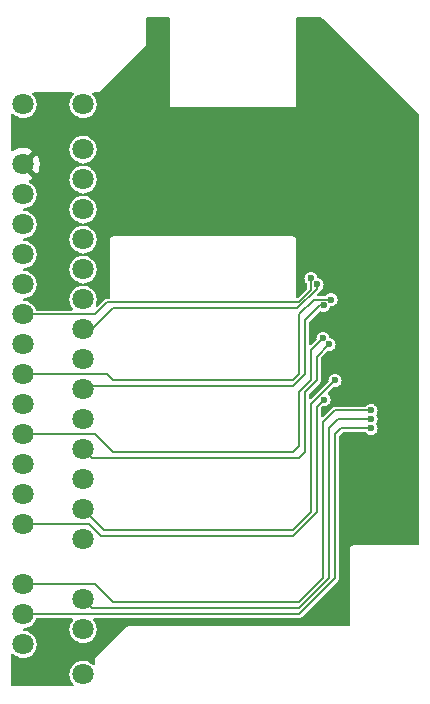
<source format=gbr>
%TF.GenerationSoftware,KiCad,Pcbnew,6.0.0*%
%TF.CreationDate,2022-01-18T19:01:36-05:00*%
%TF.ProjectId,G2_Testpoints_FFC,47325f54-6573-4747-906f-696e74735f46,rev?*%
%TF.SameCoordinates,Original*%
%TF.FileFunction,Copper,L2,Bot*%
%TF.FilePolarity,Positive*%
%FSLAX46Y46*%
G04 Gerber Fmt 4.6, Leading zero omitted, Abs format (unit mm)*
G04 Created by KiCad (PCBNEW 6.0.0) date 2022-01-18 19:01:36*
%MOMM*%
%LPD*%
G01*
G04 APERTURE LIST*
%TA.AperFunction,ComponentPad*%
%ADD10C,1.800000*%
%TD*%
%TA.AperFunction,ViaPad*%
%ADD11C,0.600000*%
%TD*%
%TA.AperFunction,Conductor*%
%ADD12C,0.127000*%
%TD*%
G04 APERTURE END LIST*
D10*
%TO.P,U1,4,5V*%
%TO.N,unconnected-(U1-Pad4)*%
X134620000Y-119380000D03*
%TO.P,U1,5,/MODEMCS*%
%TO.N,/MODEMCS_n*%
X129540000Y-116840000D03*
%TO.P,U1,6,IRQA*%
%TO.N,/IRQA*%
X134620000Y-115570000D03*
%TO.P,U1,7,/RQEX0??*%
%TO.N,/RQEX0*%
X129540000Y-114300000D03*
%TO.P,U1,8,/RQEX1??*%
%TO.N,/RQEX1*%
X134620000Y-113030000D03*
%TO.P,U1,9,/RQDEV??*%
%TO.N,/RQDEV*%
X129540000Y-111760000D03*
%TO.P,U1,13,IRQB*%
%TO.N,/IRQB*%
X134620000Y-107950000D03*
%TO.P,U1,14,/LBE*%
%TO.N,/LBE_n*%
X129540000Y-106680000D03*
%TO.P,U1,15,/TR??*%
%TO.N,/TR*%
X134620000Y-105410000D03*
%TO.P,U1,16,/UBE*%
%TO.N,/UBE_n*%
X129540000Y-104140000D03*
%TO.P,U1,18,3.3V*%
%TO.N,unconnected-(U1-Pad18)*%
X134620000Y-102870000D03*
%TO.P,U1,20,/BTB*%
%TO.N,/BTB_n*%
X129540000Y-101600000D03*
%TO.P,U1,21,/AEN*%
%TO.N,/AEN_n*%
X134620000Y-100330000D03*
%TO.P,U1,22,/BTA*%
%TO.N,/BTA_n*%
X129540000Y-99060000D03*
%TO.P,U1,25,AD15*%
%TO.N,/AD15*%
X134620000Y-97790000D03*
%TO.P,U1,26,AD14*%
%TO.N,/AD14*%
X129540000Y-96520000D03*
%TO.P,U1,27,AD13*%
%TO.N,/AD13*%
X134620000Y-95250000D03*
%TO.P,U1,28,AD12*%
%TO.N,/AD12*%
X129540000Y-93980000D03*
%TO.P,U1,29,AD11*%
%TO.N,/AD11*%
X134620000Y-92710000D03*
%TO.P,U1,30,AD10*%
%TO.N,/AD10*%
X129540000Y-91440000D03*
%TO.P,U1,31,AD9*%
%TO.N,/AD9*%
X134620000Y-90170000D03*
%TO.P,U1,32,AD8*%
%TO.N,/AD8*%
X129540000Y-88900000D03*
%TO.P,U1,33,AD7*%
%TO.N,/AD7*%
X134620000Y-87630000D03*
%TO.P,U1,34,AD6*%
%TO.N,/AD6*%
X129540000Y-86360000D03*
%TO.P,U1,35,AD5*%
%TO.N,/AD5*%
X134620000Y-85090000D03*
%TO.P,U1,36,AD4*%
%TO.N,/AD4*%
X129540000Y-83820000D03*
%TO.P,U1,37,AD3*%
%TO.N,/AD3*%
X134620000Y-82550000D03*
%TO.P,U1,38,AD2*%
%TO.N,/AD2*%
X129540000Y-81280000D03*
%TO.P,U1,39,AD1*%
%TO.N,/AD1*%
X134620000Y-80010000D03*
%TO.P,U1,40,AD0*%
%TO.N,/AD0*%
X129540000Y-78740000D03*
%TO.P,U1,43,CLK*%
%TO.N,/CLK*%
X134620000Y-77470000D03*
%TO.P,U1,45,GND*%
%TO.N,GND*%
X129540000Y-76200000D03*
%TO.P,U1,46,/RESET*%
%TO.N,/RESET*%
X134620000Y-74930000D03*
%TO.P,U1,49,MIDI_OUT*%
%TO.N,/MIDI_OUT*%
X134620000Y-71120000D03*
%TO.P,U1,50,MIDI_IN*%
%TO.N,/MIDI_IN*%
X129540000Y-71120000D03*
%TD*%
D11*
%TO.N,GND*%
X137160000Y-71120000D03*
X149860000Y-73660000D03*
X154940000Y-114300000D03*
X129540000Y-119380000D03*
X132080000Y-119380000D03*
X160020000Y-88900000D03*
X160020000Y-86360000D03*
X160020000Y-83820000D03*
X160020000Y-81280000D03*
X160020000Y-78740000D03*
X160020000Y-76200000D03*
X162560000Y-96520000D03*
X162560000Y-99060000D03*
X162560000Y-101600000D03*
X162560000Y-104140000D03*
X162560000Y-106680000D03*
X147320000Y-73660000D03*
X144780000Y-73660000D03*
X142240000Y-73660000D03*
X139700000Y-73660000D03*
X139700000Y-71120000D03*
X139700000Y-68580000D03*
%TO.N,/RQEX0*%
X159004000Y-98552000D03*
%TO.N,/RQEX1*%
X159004000Y-97754503D03*
%TO.N,/RQDEV*%
X159004000Y-97028000D03*
%TO.N,/LBE_n*%
X155032483Y-96104483D03*
%TO.N,/TR*%
X155956000Y-94488000D03*
%TO.N,/AEN_n*%
X155453715Y-91445715D03*
%TO.N,/BTA_n*%
X154940000Y-90932000D03*
%TO.N,/AD13*%
X154993838Y-88130000D03*
%TO.N,/AD12*%
X155616000Y-87640000D03*
%TO.N,/AD9*%
X154437715Y-86365715D03*
%TO.N,/AD8*%
X153924000Y-85852000D03*
%TD*%
D12*
%TO.N,/RQEX0*%
X156464000Y-98552000D02*
X159004000Y-98552000D01*
X152908000Y-114300000D02*
X155956000Y-111252000D01*
X155956000Y-99060000D02*
X156464000Y-98552000D01*
X137668000Y-114300000D02*
X152908000Y-114300000D01*
X129540000Y-114300000D02*
X137668000Y-114300000D01*
X155956000Y-111252000D02*
X155956000Y-99060000D01*
%TO.N,/RQEX1*%
X155956000Y-98044000D02*
X156245497Y-97754503D01*
X155448000Y-111252000D02*
X155448000Y-99568000D01*
X152908000Y-113792000D02*
X155448000Y-111252000D01*
X134620000Y-113030000D02*
X135382000Y-113792000D01*
X135382000Y-113792000D02*
X152908000Y-113792000D01*
X156245497Y-97754503D02*
X159004000Y-97754503D01*
X155448000Y-99568000D02*
X155448000Y-98552000D01*
X155448000Y-98552000D02*
X155956000Y-98044000D01*
%TO.N,/RQDEV*%
X155956000Y-97028000D02*
X159004000Y-97028000D01*
X152908000Y-113284000D02*
X154940000Y-111252000D01*
X154940000Y-98044000D02*
X155956000Y-97028000D01*
X137160000Y-113284000D02*
X152908000Y-113284000D01*
X129540000Y-111760000D02*
X135636000Y-111760000D01*
X135636000Y-111760000D02*
X137160000Y-113284000D01*
X154940000Y-111252000D02*
X154940000Y-98044000D01*
%TO.N,/LBE_n*%
X155032483Y-96104483D02*
X154432000Y-96704966D01*
X154432000Y-96704966D02*
X154432000Y-105664000D01*
X154432000Y-105664000D02*
X152400000Y-107696000D01*
X152400000Y-107696000D02*
X136144000Y-107696000D01*
X136144000Y-107696000D02*
X135128000Y-106680000D01*
X135128000Y-106680000D02*
X129540000Y-106680000D01*
%TO.N,/TR*%
X155956000Y-94488000D02*
X153924000Y-96520000D01*
X153924000Y-96520000D02*
X153924000Y-105664000D01*
X153924000Y-105664000D02*
X152400000Y-107188000D01*
X152400000Y-107188000D02*
X136398000Y-107188000D01*
X136398000Y-107188000D02*
X134620000Y-105410000D01*
%TO.N,/AEN_n*%
X155453715Y-91445715D02*
X154432000Y-92467430D01*
X153416000Y-100584000D02*
X152908000Y-101092000D01*
X153416000Y-95504000D02*
X153416000Y-100584000D01*
X154432000Y-92467430D02*
X154432000Y-94488000D01*
X154432000Y-94488000D02*
X153416000Y-95504000D01*
X152908000Y-101092000D02*
X135382000Y-101092000D01*
X135382000Y-101092000D02*
X134620000Y-100330000D01*
%TO.N,/BTA_n*%
X153924000Y-91948000D02*
X154940000Y-90932000D01*
X153924000Y-94488000D02*
X153924000Y-91948000D01*
X152908000Y-100076000D02*
X152908000Y-95504000D01*
X152400000Y-100584000D02*
X152908000Y-100076000D01*
X135636000Y-99060000D02*
X137160000Y-100584000D01*
X137160000Y-100584000D02*
X152400000Y-100584000D01*
X129540000Y-99060000D02*
X135636000Y-99060000D01*
X152908000Y-95504000D02*
X153924000Y-94488000D01*
%TO.N,/AD13*%
X153416000Y-89408000D02*
X154694000Y-88130000D01*
X134874000Y-94996000D02*
X152400000Y-94996000D01*
X154694000Y-88130000D02*
X154993838Y-88130000D01*
X134620000Y-95250000D02*
X134874000Y-94996000D01*
X152400000Y-94996000D02*
X153416000Y-93980000D01*
X153416000Y-93980000D02*
X153416000Y-89408000D01*
%TO.N,/AD12*%
X154168000Y-87640000D02*
X155616000Y-87640000D01*
X152908000Y-88900000D02*
X154168000Y-87640000D01*
X137160000Y-94488000D02*
X152400000Y-94488000D01*
X129540000Y-93980000D02*
X136652000Y-93980000D01*
X152400000Y-94488000D02*
X152908000Y-93980000D01*
X136652000Y-93980000D02*
X137160000Y-94488000D01*
X152908000Y-93980000D02*
X152908000Y-88900000D01*
%TO.N,/AD9*%
X135382000Y-90170000D02*
X134620000Y-90170000D01*
X154437715Y-86365715D02*
X154437715Y-86712816D01*
X154437715Y-86712816D02*
X152758531Y-88392000D01*
X152758531Y-88392000D02*
X137160000Y-88392000D01*
X137160000Y-88392000D02*
X135382000Y-90170000D01*
%TO.N,/AD8*%
X153924000Y-86868000D02*
X152908000Y-87884000D01*
X153924000Y-85852000D02*
X153924000Y-86868000D01*
X152908000Y-87884000D02*
X136652000Y-87884000D01*
X135636000Y-88900000D02*
X136652000Y-87884000D01*
X129540000Y-88900000D02*
X135636000Y-88900000D01*
%TD*%
%TA.AperFunction,Conductor*%
%TO.N,GND*%
G36*
X141933039Y-63769685D02*
G01*
X141978794Y-63822489D01*
X141990000Y-63874000D01*
X141990000Y-71083165D01*
X141987617Y-71107356D01*
X141985102Y-71120000D01*
X141990000Y-71144624D01*
X142004505Y-71217545D01*
X142059760Y-71300240D01*
X142142455Y-71355495D01*
X142154431Y-71357877D01*
X142154433Y-71357878D01*
X142228020Y-71372515D01*
X142240000Y-71374898D01*
X142251980Y-71372515D01*
X142252644Y-71372383D01*
X142276835Y-71370000D01*
X152363165Y-71370000D01*
X152387356Y-71372383D01*
X152400000Y-71374898D01*
X152411980Y-71372515D01*
X152485567Y-71357878D01*
X152485569Y-71357877D01*
X152497545Y-71355495D01*
X152580240Y-71300240D01*
X152635495Y-71217545D01*
X152650000Y-71144624D01*
X152654898Y-71120000D01*
X152652383Y-71107356D01*
X152650000Y-71083165D01*
X152650000Y-63874000D01*
X152669685Y-63806961D01*
X152722489Y-63761206D01*
X152774000Y-63750000D01*
X154785085Y-63750000D01*
X154852124Y-63769685D01*
X154872766Y-63786319D01*
X163035681Y-71949234D01*
X163069166Y-72010557D01*
X163072000Y-72036915D01*
X163072000Y-108338000D01*
X163052315Y-108405039D01*
X162999511Y-108450794D01*
X162948000Y-108462000D01*
X157516835Y-108462000D01*
X157492644Y-108459617D01*
X157491980Y-108459485D01*
X157480000Y-108457102D01*
X157468020Y-108459485D01*
X157455376Y-108462000D01*
X157394433Y-108474122D01*
X157394431Y-108474123D01*
X157382455Y-108476505D01*
X157299760Y-108531760D01*
X157244505Y-108614455D01*
X157225102Y-108712000D01*
X157227485Y-108723980D01*
X157227617Y-108724644D01*
X157230000Y-108748835D01*
X157230000Y-115196000D01*
X157210315Y-115263039D01*
X157157511Y-115308794D01*
X157106000Y-115320000D01*
X138466835Y-115320000D01*
X138442644Y-115317617D01*
X138441980Y-115317485D01*
X138430000Y-115315102D01*
X138418020Y-115317485D01*
X138356244Y-115329773D01*
X138332454Y-115334505D01*
X138322301Y-115341289D01*
X138322299Y-115341290D01*
X138300978Y-115355537D01*
X138286665Y-115365101D01*
X138249760Y-115389760D01*
X138242592Y-115400488D01*
X138227174Y-115419273D01*
X135739273Y-117907174D01*
X135720488Y-117922592D01*
X135709760Y-117929760D01*
X135695812Y-117950635D01*
X135654505Y-118012455D01*
X135635102Y-118110000D01*
X135637485Y-118121980D01*
X135637617Y-118122644D01*
X135640000Y-118146835D01*
X135640000Y-118472529D01*
X135620315Y-118539568D01*
X135567511Y-118585323D01*
X135498353Y-118595267D01*
X135431829Y-118563585D01*
X135327557Y-118467197D01*
X135327555Y-118467196D01*
X135323381Y-118463337D01*
X135144554Y-118350505D01*
X134948160Y-118272152D01*
X134942579Y-118271042D01*
X134942576Y-118271041D01*
X134844467Y-118251526D01*
X134740775Y-118230901D01*
X134735088Y-118230827D01*
X134735083Y-118230826D01*
X134535034Y-118228207D01*
X134535029Y-118228207D01*
X134529346Y-118228133D01*
X134523742Y-118229096D01*
X134523741Y-118229096D01*
X134326550Y-118262979D01*
X134326547Y-118262980D01*
X134320953Y-118263941D01*
X134122575Y-118337127D01*
X134117697Y-118340029D01*
X134117695Y-118340030D01*
X133945740Y-118442332D01*
X133945737Y-118442334D01*
X133940856Y-118445238D01*
X133781881Y-118584655D01*
X133778362Y-118589119D01*
X133778359Y-118589122D01*
X133719731Y-118663492D01*
X133650976Y-118750708D01*
X133552523Y-118937836D01*
X133489820Y-119139773D01*
X133464967Y-119349754D01*
X133478796Y-119560749D01*
X133530845Y-119765690D01*
X133619369Y-119957714D01*
X133741405Y-120130391D01*
X133745476Y-120134357D01*
X133745477Y-120134358D01*
X133799699Y-120187179D01*
X133833984Y-120248059D01*
X133829912Y-120317810D01*
X133788776Y-120374286D01*
X133723637Y-120399558D01*
X133713173Y-120400000D01*
X128644000Y-120400000D01*
X128576961Y-120380315D01*
X128531206Y-120327511D01*
X128520000Y-120276000D01*
X128520000Y-117746547D01*
X128539685Y-117679508D01*
X128592489Y-117633753D01*
X128661647Y-117623809D01*
X128725203Y-117652834D01*
X128730526Y-117657726D01*
X128752886Y-117679508D01*
X128812865Y-117737937D01*
X128817588Y-117741093D01*
X128817592Y-117741096D01*
X128888663Y-117788584D01*
X128988677Y-117855411D01*
X129182953Y-117938878D01*
X129234911Y-117950635D01*
X129383638Y-117984289D01*
X129383642Y-117984290D01*
X129389186Y-117985544D01*
X129515651Y-117990513D01*
X129594789Y-117993623D01*
X129594791Y-117993623D01*
X129600470Y-117993846D01*
X129606090Y-117993031D01*
X129606092Y-117993031D01*
X129804103Y-117964320D01*
X129804104Y-117964320D01*
X129809730Y-117963504D01*
X129909137Y-117929760D01*
X130004565Y-117897367D01*
X130004568Y-117897366D01*
X130009955Y-117895537D01*
X130014916Y-117892759D01*
X130014922Y-117892756D01*
X130121530Y-117833052D01*
X130194442Y-117792219D01*
X130357012Y-117657012D01*
X130376356Y-117633753D01*
X130488584Y-117498813D01*
X130488585Y-117498811D01*
X130492219Y-117494442D01*
X130535189Y-117417714D01*
X130592756Y-117314922D01*
X130592759Y-117314916D01*
X130595537Y-117309955D01*
X130663504Y-117109730D01*
X130693846Y-116900470D01*
X130695429Y-116840000D01*
X130676081Y-116629440D01*
X130618686Y-116425931D01*
X130525165Y-116236290D01*
X130398651Y-116066867D01*
X130394481Y-116063012D01*
X130394478Y-116063009D01*
X130272429Y-115950189D01*
X130243381Y-115923337D01*
X130110873Y-115839730D01*
X130069363Y-115813539D01*
X130069361Y-115813538D01*
X130064554Y-115810505D01*
X129868160Y-115732152D01*
X129862579Y-115731042D01*
X129862576Y-115731041D01*
X129666355Y-115692011D01*
X129666356Y-115692011D01*
X129660775Y-115690901D01*
X129660744Y-115690901D01*
X129597828Y-115665019D01*
X129557841Y-115607723D01*
X129555178Y-115537904D01*
X129590684Y-115477729D01*
X129657606Y-115445562D01*
X129804103Y-115424320D01*
X129804104Y-115424320D01*
X129809730Y-115423504D01*
X129909137Y-115389760D01*
X130004565Y-115357367D01*
X130004568Y-115357366D01*
X130009955Y-115355537D01*
X130014916Y-115352759D01*
X130014922Y-115352756D01*
X130121530Y-115293052D01*
X130194442Y-115252219D01*
X130343998Y-115127836D01*
X130352645Y-115120644D01*
X130357012Y-115117012D01*
X130376356Y-115093753D01*
X130488584Y-114958813D01*
X130488585Y-114958811D01*
X130492219Y-114954442D01*
X130535189Y-114877714D01*
X130592756Y-114774922D01*
X130592759Y-114774916D01*
X130595537Y-114769955D01*
X130603432Y-114746699D01*
X130619914Y-114698142D01*
X130660102Y-114640987D01*
X130724811Y-114614634D01*
X130737333Y-114614000D01*
X133652880Y-114614000D01*
X133719919Y-114633685D01*
X133765674Y-114686489D01*
X133775618Y-114755647D01*
X133750261Y-114814765D01*
X133650976Y-114940708D01*
X133552523Y-115127836D01*
X133550837Y-115133267D01*
X133550835Y-115133271D01*
X133515030Y-115248584D01*
X133489820Y-115329773D01*
X133489152Y-115335418D01*
X133489151Y-115335422D01*
X133465635Y-115534110D01*
X133464967Y-115539754D01*
X133465338Y-115545416D01*
X133465338Y-115545420D01*
X133466949Y-115570000D01*
X133478796Y-115750749D01*
X133530845Y-115955690D01*
X133533219Y-115960841D01*
X133533221Y-115960845D01*
X133616991Y-116142556D01*
X133619369Y-116147714D01*
X133741405Y-116320391D01*
X133892865Y-116467937D01*
X133897588Y-116471093D01*
X133897592Y-116471096D01*
X133968663Y-116518584D01*
X134068677Y-116585411D01*
X134262953Y-116668878D01*
X134326283Y-116683208D01*
X134463638Y-116714289D01*
X134463642Y-116714290D01*
X134469186Y-116715544D01*
X134595651Y-116720513D01*
X134674789Y-116723623D01*
X134674791Y-116723623D01*
X134680470Y-116723846D01*
X134686090Y-116723031D01*
X134686092Y-116723031D01*
X134884103Y-116694320D01*
X134884104Y-116694320D01*
X134889730Y-116693504D01*
X134968890Y-116666633D01*
X135084565Y-116627367D01*
X135084568Y-116627366D01*
X135089955Y-116625537D01*
X135094916Y-116622759D01*
X135094922Y-116622756D01*
X135201530Y-116563052D01*
X135274442Y-116522219D01*
X135437012Y-116387012D01*
X135440644Y-116382645D01*
X135568584Y-116228813D01*
X135568585Y-116228811D01*
X135572219Y-116224442D01*
X135618078Y-116142556D01*
X135672756Y-116044922D01*
X135672759Y-116044916D01*
X135675537Y-116039955D01*
X135706009Y-115950189D01*
X135741675Y-115845118D01*
X135743504Y-115839730D01*
X135773846Y-115630470D01*
X135775429Y-115570000D01*
X135756081Y-115359440D01*
X135698686Y-115155931D01*
X135605165Y-114966290D01*
X135490095Y-114812192D01*
X135465756Y-114746699D01*
X135480690Y-114678443D01*
X135530154Y-114629097D01*
X135589451Y-114614000D01*
X152888874Y-114614000D01*
X152899681Y-114614472D01*
X152924983Y-114616686D01*
X152924985Y-114616686D01*
X152935789Y-114617631D01*
X152947579Y-114614472D01*
X152970803Y-114608250D01*
X152981360Y-114605909D01*
X153006367Y-114601499D01*
X153017051Y-114599615D01*
X153026445Y-114594191D01*
X153029410Y-114593112D01*
X153032273Y-114591777D01*
X153042749Y-114588970D01*
X153072434Y-114568185D01*
X153081557Y-114562373D01*
X153103554Y-114549673D01*
X153112949Y-114544249D01*
X153136249Y-114516481D01*
X153143558Y-114508505D01*
X156164511Y-111487553D01*
X156172487Y-111480244D01*
X156191939Y-111463922D01*
X156200249Y-111456949D01*
X156218373Y-111425557D01*
X156224184Y-111416436D01*
X156244971Y-111386749D01*
X156247780Y-111376267D01*
X156249111Y-111373412D01*
X156250190Y-111370447D01*
X156255615Y-111361051D01*
X156261908Y-111325363D01*
X156264249Y-111314804D01*
X156270824Y-111290267D01*
X156270824Y-111290264D01*
X156273631Y-111279789D01*
X156270472Y-111243681D01*
X156270000Y-111232874D01*
X156270000Y-99241425D01*
X156289685Y-99174386D01*
X156306319Y-99153744D01*
X156557744Y-98902319D01*
X156619067Y-98868834D01*
X156645425Y-98866000D01*
X158489901Y-98866000D01*
X158556940Y-98885685D01*
X158588275Y-98914511D01*
X158611379Y-98944621D01*
X158726375Y-99032861D01*
X158733887Y-99035972D01*
X158733886Y-99035972D01*
X158852777Y-99085218D01*
X158852779Y-99085219D01*
X158860291Y-99088330D01*
X159004000Y-99107250D01*
X159147709Y-99088330D01*
X159155221Y-99085219D01*
X159155223Y-99085218D01*
X159274114Y-99035972D01*
X159274113Y-99035972D01*
X159281625Y-99032861D01*
X159396621Y-98944621D01*
X159484861Y-98829625D01*
X159506554Y-98777252D01*
X159537218Y-98703223D01*
X159537219Y-98703221D01*
X159540330Y-98695709D01*
X159559250Y-98552000D01*
X159540330Y-98408291D01*
X159484861Y-98274375D01*
X159479913Y-98267927D01*
X159479911Y-98267923D01*
X159449843Y-98228737D01*
X159424649Y-98163567D01*
X159438688Y-98095123D01*
X159449843Y-98077764D01*
X159479914Y-98038575D01*
X159484861Y-98032128D01*
X159521787Y-97942979D01*
X159537218Y-97905726D01*
X159537219Y-97905724D01*
X159540330Y-97898212D01*
X159559250Y-97754503D01*
X159540330Y-97610794D01*
X159529688Y-97585101D01*
X159487973Y-97484390D01*
X159487971Y-97484387D01*
X159484861Y-97476878D01*
X159477078Y-97466735D01*
X159451886Y-97401565D01*
X159465926Y-97333120D01*
X159477081Y-97315764D01*
X159479912Y-97312074D01*
X159484861Y-97305625D01*
X159532177Y-97191393D01*
X159537218Y-97179223D01*
X159537219Y-97179221D01*
X159540330Y-97171709D01*
X159559250Y-97028000D01*
X159540330Y-96884291D01*
X159527093Y-96852332D01*
X159487972Y-96757886D01*
X159484861Y-96750375D01*
X159415309Y-96659733D01*
X159401565Y-96641822D01*
X159396621Y-96635379D01*
X159370088Y-96615019D01*
X159288072Y-96552086D01*
X159281625Y-96547139D01*
X159216105Y-96520000D01*
X159155223Y-96494782D01*
X159155221Y-96494781D01*
X159147709Y-96491670D01*
X159004000Y-96472750D01*
X158860291Y-96491670D01*
X158852779Y-96494781D01*
X158852777Y-96494782D01*
X158791895Y-96520000D01*
X158726375Y-96547139D01*
X158611379Y-96635379D01*
X158588275Y-96665488D01*
X158531849Y-96706689D01*
X158489901Y-96714000D01*
X155975126Y-96714000D01*
X155964319Y-96713528D01*
X155939018Y-96711314D01*
X155939015Y-96711314D01*
X155928211Y-96710369D01*
X155917736Y-96713176D01*
X155917733Y-96713176D01*
X155893196Y-96719751D01*
X155882637Y-96722092D01*
X155857632Y-96726501D01*
X155857631Y-96726501D01*
X155846949Y-96728385D01*
X155837556Y-96733808D01*
X155834578Y-96734892D01*
X155831725Y-96736223D01*
X155821251Y-96739029D01*
X155812368Y-96745249D01*
X155812364Y-96745251D01*
X155791565Y-96759815D01*
X155782440Y-96765629D01*
X155751051Y-96783751D01*
X155744078Y-96792061D01*
X155727751Y-96811519D01*
X155720442Y-96819495D01*
X154957681Y-97582256D01*
X154896358Y-97615741D01*
X154826666Y-97610757D01*
X154770733Y-97568885D01*
X154746316Y-97503421D01*
X154746000Y-97494575D01*
X154746000Y-96886391D01*
X154765685Y-96819352D01*
X154782319Y-96798710D01*
X154890991Y-96690038D01*
X154952314Y-96656553D01*
X154994855Y-96654780D01*
X155024421Y-96658672D01*
X155024424Y-96658672D01*
X155032483Y-96659733D01*
X155176192Y-96640813D01*
X155183704Y-96637702D01*
X155183706Y-96637701D01*
X155302597Y-96588455D01*
X155302596Y-96588455D01*
X155310108Y-96585344D01*
X155425104Y-96497104D01*
X155432164Y-96487904D01*
X155508397Y-96388555D01*
X155513344Y-96382108D01*
X155545060Y-96305537D01*
X155565701Y-96255706D01*
X155565702Y-96255704D01*
X155568813Y-96248192D01*
X155587733Y-96104483D01*
X155568813Y-95960774D01*
X155550388Y-95916290D01*
X155516455Y-95834369D01*
X155513344Y-95826858D01*
X155435125Y-95724922D01*
X155430048Y-95718305D01*
X155425104Y-95711862D01*
X155418661Y-95706918D01*
X155418657Y-95706914D01*
X155396444Y-95689869D01*
X155355241Y-95633441D01*
X155351087Y-95563695D01*
X155384250Y-95503813D01*
X155814508Y-95073555D01*
X155875831Y-95040070D01*
X155918372Y-95038297D01*
X155947938Y-95042189D01*
X155947941Y-95042189D01*
X155956000Y-95043250D01*
X156099709Y-95024330D01*
X156107221Y-95021219D01*
X156107223Y-95021218D01*
X156226114Y-94971972D01*
X156226113Y-94971972D01*
X156233625Y-94968861D01*
X156348621Y-94880621D01*
X156436861Y-94765625D01*
X156479653Y-94662315D01*
X156489218Y-94639223D01*
X156489219Y-94639221D01*
X156492330Y-94631709D01*
X156511250Y-94488000D01*
X156492330Y-94344291D01*
X156482678Y-94320987D01*
X156439972Y-94217886D01*
X156436861Y-94210375D01*
X156348621Y-94095379D01*
X156233625Y-94007139D01*
X156197593Y-93992214D01*
X156107223Y-93954782D01*
X156107221Y-93954781D01*
X156099709Y-93951670D01*
X155956000Y-93932750D01*
X155812291Y-93951670D01*
X155804779Y-93954781D01*
X155804777Y-93954782D01*
X155714407Y-93992214D01*
X155678375Y-94007139D01*
X155563379Y-94095379D01*
X155475139Y-94210375D01*
X155472028Y-94217886D01*
X155429323Y-94320987D01*
X155419670Y-94344291D01*
X155400750Y-94488000D01*
X155401811Y-94496059D01*
X155401811Y-94496062D01*
X155405703Y-94525628D01*
X155394937Y-94594663D01*
X155370445Y-94629492D01*
X153941681Y-96058256D01*
X153880358Y-96091741D01*
X153810666Y-96086757D01*
X153754733Y-96044885D01*
X153730316Y-95979421D01*
X153730000Y-95970575D01*
X153730000Y-95685425D01*
X153749685Y-95618386D01*
X153766319Y-95597744D01*
X154640505Y-94723558D01*
X154648481Y-94716249D01*
X154667939Y-94699922D01*
X154676249Y-94692949D01*
X154694371Y-94661560D01*
X154700185Y-94652435D01*
X154714749Y-94631636D01*
X154714751Y-94631632D01*
X154720971Y-94622749D01*
X154723777Y-94612275D01*
X154725108Y-94609422D01*
X154726192Y-94606444D01*
X154731615Y-94597051D01*
X154737908Y-94561363D01*
X154740249Y-94550804D01*
X154746824Y-94526267D01*
X154746824Y-94526264D01*
X154749631Y-94515789D01*
X154746472Y-94479681D01*
X154746000Y-94468874D01*
X154746000Y-92648855D01*
X154765685Y-92581816D01*
X154782319Y-92561174D01*
X155312223Y-92031270D01*
X155373546Y-91997785D01*
X155416087Y-91996012D01*
X155445653Y-91999904D01*
X155445656Y-91999904D01*
X155453715Y-92000965D01*
X155597424Y-91982045D01*
X155604936Y-91978934D01*
X155604938Y-91978933D01*
X155723829Y-91929687D01*
X155723828Y-91929687D01*
X155731340Y-91926576D01*
X155846336Y-91838336D01*
X155934576Y-91723340D01*
X155990045Y-91589424D01*
X156008965Y-91445715D01*
X155990045Y-91302006D01*
X155986862Y-91294320D01*
X155937687Y-91175601D01*
X155934576Y-91168090D01*
X155861988Y-91073492D01*
X155851280Y-91059537D01*
X155846336Y-91053094D01*
X155731340Y-90964854D01*
X155671486Y-90940062D01*
X155604938Y-90912497D01*
X155604936Y-90912496D01*
X155597424Y-90909385D01*
X155584753Y-90907717D01*
X155520858Y-90879453D01*
X155482385Y-90821130D01*
X155477999Y-90800969D01*
X155476330Y-90788291D01*
X155420861Y-90654375D01*
X155332621Y-90539379D01*
X155217625Y-90451139D01*
X155176493Y-90434102D01*
X155091223Y-90398782D01*
X155091221Y-90398781D01*
X155083709Y-90395670D01*
X154940000Y-90376750D01*
X154796291Y-90395670D01*
X154788779Y-90398781D01*
X154788777Y-90398782D01*
X154703507Y-90434102D01*
X154662375Y-90451139D01*
X154547379Y-90539379D01*
X154459139Y-90654375D01*
X154403670Y-90788291D01*
X154384750Y-90932000D01*
X154385811Y-90940059D01*
X154385811Y-90940062D01*
X154389703Y-90969628D01*
X154378937Y-91038663D01*
X154354445Y-91073492D01*
X153941681Y-91486256D01*
X153880358Y-91519741D01*
X153810666Y-91514757D01*
X153754733Y-91472885D01*
X153730316Y-91407421D01*
X153730000Y-91398575D01*
X153730000Y-89589425D01*
X153749685Y-89522386D01*
X153766319Y-89501744D01*
X154615900Y-88652164D01*
X154677223Y-88618679D01*
X154751033Y-88625284D01*
X154779950Y-88637261D01*
X154850129Y-88666330D01*
X154993838Y-88685250D01*
X155137547Y-88666330D01*
X155145059Y-88663219D01*
X155145061Y-88663218D01*
X155263952Y-88613972D01*
X155263951Y-88613972D01*
X155271463Y-88610861D01*
X155386459Y-88522621D01*
X155410411Y-88491407D01*
X155469752Y-88414072D01*
X155474699Y-88407625D01*
X155530168Y-88273709D01*
X155532173Y-88274539D01*
X155562603Y-88224615D01*
X155629827Y-88193430D01*
X155751646Y-88177392D01*
X155751649Y-88177391D01*
X155759709Y-88176330D01*
X155767221Y-88173219D01*
X155767223Y-88173218D01*
X155886114Y-88123972D01*
X155886113Y-88123972D01*
X155893625Y-88120861D01*
X156008621Y-88032621D01*
X156096861Y-87917625D01*
X156152330Y-87783709D01*
X156171250Y-87640000D01*
X156152330Y-87496291D01*
X156148174Y-87486256D01*
X156099972Y-87369886D01*
X156096861Y-87362375D01*
X156058375Y-87312219D01*
X156013565Y-87253822D01*
X156008621Y-87247379D01*
X155893625Y-87159139D01*
X155801058Y-87120797D01*
X155767223Y-87106782D01*
X155767221Y-87106781D01*
X155759709Y-87103670D01*
X155616000Y-87084750D01*
X155472291Y-87103670D01*
X155464779Y-87106781D01*
X155464777Y-87106782D01*
X155430942Y-87120797D01*
X155338375Y-87159139D01*
X155223379Y-87247379D01*
X155200275Y-87277488D01*
X155143849Y-87318689D01*
X155101901Y-87326000D01*
X154567956Y-87326000D01*
X154500917Y-87306315D01*
X154455162Y-87253511D01*
X154445218Y-87184353D01*
X154474243Y-87120797D01*
X154480275Y-87114319D01*
X154646220Y-86948374D01*
X154654196Y-86941065D01*
X154673654Y-86924738D01*
X154681964Y-86917765D01*
X154700094Y-86886363D01*
X154705899Y-86877252D01*
X154726687Y-86847564D01*
X154728561Y-86848876D01*
X154754561Y-86816481D01*
X154823890Y-86763282D01*
X154830336Y-86758336D01*
X154918576Y-86643340D01*
X154974045Y-86509424D01*
X154992965Y-86365715D01*
X154974045Y-86222006D01*
X154970862Y-86214320D01*
X154921687Y-86095601D01*
X154918576Y-86088090D01*
X154847689Y-85995709D01*
X154835280Y-85979537D01*
X154830336Y-85973094D01*
X154715340Y-85884854D01*
X154655479Y-85860059D01*
X154588938Y-85832497D01*
X154588936Y-85832496D01*
X154581424Y-85829385D01*
X154568753Y-85827717D01*
X154504858Y-85799453D01*
X154466385Y-85741130D01*
X154461999Y-85720969D01*
X154460330Y-85708291D01*
X154404861Y-85574375D01*
X154316621Y-85459379D01*
X154201625Y-85371139D01*
X154160496Y-85354103D01*
X154075223Y-85318782D01*
X154075221Y-85318781D01*
X154067709Y-85315670D01*
X153924000Y-85296750D01*
X153780291Y-85315670D01*
X153772779Y-85318781D01*
X153772777Y-85318782D01*
X153687504Y-85354103D01*
X153646375Y-85371139D01*
X153531379Y-85459379D01*
X153443139Y-85574375D01*
X153387670Y-85708291D01*
X153368750Y-85852000D01*
X153387670Y-85995709D01*
X153443139Y-86129625D01*
X153531379Y-86244621D01*
X153561488Y-86267725D01*
X153602689Y-86324151D01*
X153610000Y-86366099D01*
X153610000Y-86686575D01*
X153590315Y-86753614D01*
X153573681Y-86774256D01*
X152861681Y-87486256D01*
X152800358Y-87519741D01*
X152730666Y-87514757D01*
X152674733Y-87472885D01*
X152650316Y-87407421D01*
X152650000Y-87398575D01*
X152650000Y-82586835D01*
X152652383Y-82562644D01*
X152652515Y-82561980D01*
X152654898Y-82550000D01*
X152635495Y-82452455D01*
X152580240Y-82369760D01*
X152497545Y-82314505D01*
X152485569Y-82312123D01*
X152485567Y-82312122D01*
X152424624Y-82300000D01*
X152411980Y-82297485D01*
X152400000Y-82295102D01*
X152388020Y-82297485D01*
X152387356Y-82297617D01*
X152363165Y-82300000D01*
X137196835Y-82300000D01*
X137172644Y-82297617D01*
X137171980Y-82297485D01*
X137160000Y-82295102D01*
X137148020Y-82297485D01*
X137135376Y-82300000D01*
X137074433Y-82312122D01*
X137074431Y-82312123D01*
X137062455Y-82314505D01*
X136979760Y-82369760D01*
X136924505Y-82452455D01*
X136905102Y-82550000D01*
X136907485Y-82561980D01*
X136907617Y-82562644D01*
X136910000Y-82586835D01*
X136910000Y-87446000D01*
X136890315Y-87513039D01*
X136837511Y-87558794D01*
X136786000Y-87570000D01*
X136671126Y-87570000D01*
X136660319Y-87569528D01*
X136635018Y-87567314D01*
X136635015Y-87567314D01*
X136624211Y-87566369D01*
X136613736Y-87569176D01*
X136613733Y-87569176D01*
X136589196Y-87575751D01*
X136578637Y-87578092D01*
X136553632Y-87582501D01*
X136553631Y-87582501D01*
X136542949Y-87584385D01*
X136533556Y-87589808D01*
X136530578Y-87590892D01*
X136527725Y-87592223D01*
X136517251Y-87595029D01*
X136508368Y-87601249D01*
X136508364Y-87601251D01*
X136487565Y-87615815D01*
X136478440Y-87621629D01*
X136447051Y-87639751D01*
X136440080Y-87648059D01*
X136440078Y-87648061D01*
X136423751Y-87667519D01*
X136416442Y-87675495D01*
X135888959Y-88202978D01*
X135827636Y-88236463D01*
X135757944Y-88231479D01*
X135702011Y-88189607D01*
X135677594Y-88124143D01*
X135683859Y-88075439D01*
X135741675Y-87905118D01*
X135743504Y-87899730D01*
X135773846Y-87690470D01*
X135775429Y-87630000D01*
X135756081Y-87419440D01*
X135698686Y-87215931D01*
X135605165Y-87026290D01*
X135478651Y-86856867D01*
X135474481Y-86853012D01*
X135474478Y-86853009D01*
X135377411Y-86763282D01*
X135323381Y-86713337D01*
X135190873Y-86629730D01*
X135149363Y-86603539D01*
X135149361Y-86603538D01*
X135144554Y-86600505D01*
X134948160Y-86522152D01*
X134942579Y-86521042D01*
X134942576Y-86521041D01*
X134746355Y-86482011D01*
X134746356Y-86482011D01*
X134740775Y-86480901D01*
X134740744Y-86480901D01*
X134677828Y-86455019D01*
X134637841Y-86397723D01*
X134635178Y-86327904D01*
X134670684Y-86267729D01*
X134737606Y-86235562D01*
X134884103Y-86214320D01*
X134884104Y-86214320D01*
X134889730Y-86213504D01*
X134968890Y-86186633D01*
X135084565Y-86147367D01*
X135084568Y-86147366D01*
X135089955Y-86145537D01*
X135094916Y-86142759D01*
X135094922Y-86142756D01*
X135204046Y-86081643D01*
X135274442Y-86042219D01*
X135340060Y-85987646D01*
X135432645Y-85910644D01*
X135437012Y-85907012D01*
X135451326Y-85889801D01*
X135568584Y-85748813D01*
X135568585Y-85748811D01*
X135572219Y-85744442D01*
X135618078Y-85662556D01*
X135672756Y-85564922D01*
X135672759Y-85564916D01*
X135675537Y-85559955D01*
X135706009Y-85470189D01*
X135741675Y-85365118D01*
X135743504Y-85359730D01*
X135773846Y-85150470D01*
X135775429Y-85090000D01*
X135756081Y-84879440D01*
X135698686Y-84675931D01*
X135605165Y-84486290D01*
X135478651Y-84316867D01*
X135474481Y-84313012D01*
X135474478Y-84313009D01*
X135410319Y-84253702D01*
X135323381Y-84173337D01*
X135190873Y-84089730D01*
X135149363Y-84063539D01*
X135149361Y-84063538D01*
X135144554Y-84060505D01*
X134948160Y-83982152D01*
X134942579Y-83981042D01*
X134942576Y-83981041D01*
X134746355Y-83942011D01*
X134746356Y-83942011D01*
X134740775Y-83940901D01*
X134740744Y-83940901D01*
X134677828Y-83915019D01*
X134637841Y-83857723D01*
X134635178Y-83787904D01*
X134670684Y-83727729D01*
X134737606Y-83695562D01*
X134884103Y-83674320D01*
X134884104Y-83674320D01*
X134889730Y-83673504D01*
X134968890Y-83646633D01*
X135084565Y-83607367D01*
X135084568Y-83607366D01*
X135089955Y-83605537D01*
X135094916Y-83602759D01*
X135094922Y-83602756D01*
X135201530Y-83543052D01*
X135274442Y-83502219D01*
X135437012Y-83367012D01*
X135440644Y-83362645D01*
X135568584Y-83208813D01*
X135568585Y-83208811D01*
X135572219Y-83204442D01*
X135618078Y-83122556D01*
X135672756Y-83024922D01*
X135672759Y-83024916D01*
X135675537Y-83019955D01*
X135706009Y-82930189D01*
X135741675Y-82825118D01*
X135743504Y-82819730D01*
X135773846Y-82610470D01*
X135775429Y-82550000D01*
X135756081Y-82339440D01*
X135698686Y-82135931D01*
X135605165Y-81946290D01*
X135478651Y-81776867D01*
X135474481Y-81773012D01*
X135474478Y-81773009D01*
X135410319Y-81713702D01*
X135323381Y-81633337D01*
X135190873Y-81549730D01*
X135149363Y-81523539D01*
X135149361Y-81523538D01*
X135144554Y-81520505D01*
X134948160Y-81442152D01*
X134942579Y-81441042D01*
X134942576Y-81441041D01*
X134746355Y-81402011D01*
X134746356Y-81402011D01*
X134740775Y-81400901D01*
X134740744Y-81400901D01*
X134677828Y-81375019D01*
X134637841Y-81317723D01*
X134635178Y-81247904D01*
X134670684Y-81187729D01*
X134737606Y-81155562D01*
X134884103Y-81134320D01*
X134884104Y-81134320D01*
X134889730Y-81133504D01*
X134968890Y-81106633D01*
X135084565Y-81067367D01*
X135084568Y-81067366D01*
X135089955Y-81065537D01*
X135094916Y-81062759D01*
X135094922Y-81062756D01*
X135201530Y-81003052D01*
X135274442Y-80962219D01*
X135437012Y-80827012D01*
X135440644Y-80822645D01*
X135568584Y-80668813D01*
X135568585Y-80668811D01*
X135572219Y-80664442D01*
X135618078Y-80582556D01*
X135672756Y-80484922D01*
X135672759Y-80484916D01*
X135675537Y-80479955D01*
X135706009Y-80390189D01*
X135741675Y-80285118D01*
X135743504Y-80279730D01*
X135773846Y-80070470D01*
X135775429Y-80010000D01*
X135756081Y-79799440D01*
X135698686Y-79595931D01*
X135605165Y-79406290D01*
X135478651Y-79236867D01*
X135474481Y-79233012D01*
X135474478Y-79233009D01*
X135410319Y-79173702D01*
X135323381Y-79093337D01*
X135190873Y-79009730D01*
X135149363Y-78983539D01*
X135149361Y-78983538D01*
X135144554Y-78980505D01*
X134948160Y-78902152D01*
X134942579Y-78901042D01*
X134942576Y-78901041D01*
X134746355Y-78862011D01*
X134746356Y-78862011D01*
X134740775Y-78860901D01*
X134740744Y-78860901D01*
X134677828Y-78835019D01*
X134637841Y-78777723D01*
X134635178Y-78707904D01*
X134670684Y-78647729D01*
X134737606Y-78615562D01*
X134884103Y-78594320D01*
X134884104Y-78594320D01*
X134889730Y-78593504D01*
X134968890Y-78566633D01*
X135084565Y-78527367D01*
X135084568Y-78527366D01*
X135089955Y-78525537D01*
X135094916Y-78522759D01*
X135094922Y-78522756D01*
X135201530Y-78463052D01*
X135274442Y-78422219D01*
X135437012Y-78287012D01*
X135440644Y-78282645D01*
X135568584Y-78128813D01*
X135568585Y-78128811D01*
X135572219Y-78124442D01*
X135618078Y-78042556D01*
X135672756Y-77944922D01*
X135672759Y-77944916D01*
X135675537Y-77939955D01*
X135706009Y-77850189D01*
X135741675Y-77745118D01*
X135743504Y-77739730D01*
X135773846Y-77530470D01*
X135775429Y-77470000D01*
X135756081Y-77259440D01*
X135698686Y-77055931D01*
X135605165Y-76866290D01*
X135478651Y-76696867D01*
X135474481Y-76693012D01*
X135474478Y-76693009D01*
X135410319Y-76633702D01*
X135323381Y-76553337D01*
X135290090Y-76532332D01*
X135149363Y-76443539D01*
X135149361Y-76443538D01*
X135144554Y-76440505D01*
X134948160Y-76362152D01*
X134942579Y-76361042D01*
X134942576Y-76361041D01*
X134746355Y-76322011D01*
X134746356Y-76322011D01*
X134740775Y-76320901D01*
X134740744Y-76320901D01*
X134677828Y-76295019D01*
X134637841Y-76237723D01*
X134635178Y-76167904D01*
X134670684Y-76107729D01*
X134737606Y-76075562D01*
X134884103Y-76054320D01*
X134884104Y-76054320D01*
X134889730Y-76053504D01*
X134968890Y-76026633D01*
X135084565Y-75987367D01*
X135084568Y-75987366D01*
X135089955Y-75985537D01*
X135094916Y-75982759D01*
X135094922Y-75982756D01*
X135201530Y-75923052D01*
X135274442Y-75882219D01*
X135324256Y-75840790D01*
X135432645Y-75750644D01*
X135437012Y-75747012D01*
X135442822Y-75740026D01*
X135568584Y-75588813D01*
X135568585Y-75588811D01*
X135572219Y-75584442D01*
X135672298Y-75405739D01*
X135672756Y-75404922D01*
X135672759Y-75404916D01*
X135675537Y-75399955D01*
X135706009Y-75310189D01*
X135741675Y-75205118D01*
X135743504Y-75199730D01*
X135773846Y-74990470D01*
X135775429Y-74930000D01*
X135756081Y-74719440D01*
X135698686Y-74515931D01*
X135605165Y-74326290D01*
X135478651Y-74156867D01*
X135474481Y-74153012D01*
X135474478Y-74153009D01*
X135410319Y-74093702D01*
X135323381Y-74013337D01*
X135144554Y-73900505D01*
X134948160Y-73822152D01*
X134942579Y-73821042D01*
X134942576Y-73821041D01*
X134844468Y-73801527D01*
X134740775Y-73780901D01*
X134735088Y-73780827D01*
X134735083Y-73780826D01*
X134535034Y-73778207D01*
X134535029Y-73778207D01*
X134529346Y-73778133D01*
X134523742Y-73779096D01*
X134523741Y-73779096D01*
X134326550Y-73812979D01*
X134326547Y-73812980D01*
X134320953Y-73813941D01*
X134122575Y-73887127D01*
X134117697Y-73890029D01*
X134117695Y-73890030D01*
X133945740Y-73992332D01*
X133945737Y-73992334D01*
X133940856Y-73995238D01*
X133781881Y-74134655D01*
X133778362Y-74139119D01*
X133778359Y-74139122D01*
X133760782Y-74161419D01*
X133650976Y-74300708D01*
X133552523Y-74487836D01*
X133489820Y-74689773D01*
X133489152Y-74695418D01*
X133489151Y-74695422D01*
X133472543Y-74835744D01*
X133464967Y-74899754D01*
X133465338Y-74905416D01*
X133465338Y-74905420D01*
X133470674Y-74986831D01*
X133478796Y-75110749D01*
X133530845Y-75315690D01*
X133533219Y-75320841D01*
X133533221Y-75320845D01*
X133571981Y-75404922D01*
X133619369Y-75507714D01*
X133741405Y-75680391D01*
X133892865Y-75827937D01*
X133897588Y-75831093D01*
X133897592Y-75831096D01*
X133968663Y-75878584D01*
X134068677Y-75945411D01*
X134262953Y-76028878D01*
X134326283Y-76043208D01*
X134463638Y-76074289D01*
X134463642Y-76074290D01*
X134469186Y-76075544D01*
X134488328Y-76076296D01*
X134554543Y-76098596D01*
X134598190Y-76153156D01*
X134605412Y-76222651D01*
X134573914Y-76285018D01*
X134513699Y-76320457D01*
X134504460Y-76322409D01*
X134326550Y-76352979D01*
X134326547Y-76352980D01*
X134320953Y-76353941D01*
X134122575Y-76427127D01*
X134117697Y-76430029D01*
X134117695Y-76430030D01*
X133945740Y-76532332D01*
X133945737Y-76532334D01*
X133940856Y-76535238D01*
X133781881Y-76674655D01*
X133778362Y-76679119D01*
X133778359Y-76679122D01*
X133760782Y-76701419D01*
X133650976Y-76840708D01*
X133552523Y-77027836D01*
X133489820Y-77229773D01*
X133489152Y-77235418D01*
X133489151Y-77235422D01*
X133475454Y-77351148D01*
X133464967Y-77439754D01*
X133465338Y-77445416D01*
X133465338Y-77445420D01*
X133466949Y-77470000D01*
X133478796Y-77650749D01*
X133530845Y-77855690D01*
X133533219Y-77860841D01*
X133533221Y-77860845D01*
X133616991Y-78042556D01*
X133619369Y-78047714D01*
X133741405Y-78220391D01*
X133892865Y-78367937D01*
X133897588Y-78371093D01*
X133897592Y-78371096D01*
X133968663Y-78418584D01*
X134068677Y-78485411D01*
X134262953Y-78568878D01*
X134326283Y-78583208D01*
X134463638Y-78614289D01*
X134463642Y-78614290D01*
X134469186Y-78615544D01*
X134488328Y-78616296D01*
X134554543Y-78638596D01*
X134598190Y-78693156D01*
X134605412Y-78762651D01*
X134573914Y-78825018D01*
X134513699Y-78860457D01*
X134504460Y-78862409D01*
X134326550Y-78892979D01*
X134326547Y-78892980D01*
X134320953Y-78893941D01*
X134122575Y-78967127D01*
X134117697Y-78970029D01*
X134117695Y-78970030D01*
X133945740Y-79072332D01*
X133945737Y-79072334D01*
X133940856Y-79075238D01*
X133781881Y-79214655D01*
X133778362Y-79219119D01*
X133778359Y-79219122D01*
X133760782Y-79241419D01*
X133650976Y-79380708D01*
X133552523Y-79567836D01*
X133550837Y-79573267D01*
X133550835Y-79573271D01*
X133515030Y-79688584D01*
X133489820Y-79769773D01*
X133489152Y-79775418D01*
X133489151Y-79775422D01*
X133465635Y-79974110D01*
X133464967Y-79979754D01*
X133465338Y-79985416D01*
X133465338Y-79985420D01*
X133466949Y-80010000D01*
X133478796Y-80190749D01*
X133530845Y-80395690D01*
X133533219Y-80400841D01*
X133533221Y-80400845D01*
X133616991Y-80582556D01*
X133619369Y-80587714D01*
X133741405Y-80760391D01*
X133892865Y-80907937D01*
X133897588Y-80911093D01*
X133897592Y-80911096D01*
X133968663Y-80958584D01*
X134068677Y-81025411D01*
X134262953Y-81108878D01*
X134326283Y-81123208D01*
X134463638Y-81154289D01*
X134463642Y-81154290D01*
X134469186Y-81155544D01*
X134488328Y-81156296D01*
X134554543Y-81178596D01*
X134598190Y-81233156D01*
X134605412Y-81302651D01*
X134573914Y-81365018D01*
X134513699Y-81400457D01*
X134504460Y-81402409D01*
X134326550Y-81432979D01*
X134326547Y-81432980D01*
X134320953Y-81433941D01*
X134122575Y-81507127D01*
X134117697Y-81510029D01*
X134117695Y-81510030D01*
X133945740Y-81612332D01*
X133945737Y-81612334D01*
X133940856Y-81615238D01*
X133781881Y-81754655D01*
X133778362Y-81759119D01*
X133778359Y-81759122D01*
X133760782Y-81781419D01*
X133650976Y-81920708D01*
X133552523Y-82107836D01*
X133550837Y-82113267D01*
X133550835Y-82113271D01*
X133515030Y-82228584D01*
X133489820Y-82309773D01*
X133489152Y-82315418D01*
X133489151Y-82315422D01*
X133465635Y-82514110D01*
X133464967Y-82519754D01*
X133465338Y-82525416D01*
X133465338Y-82525420D01*
X133469422Y-82587723D01*
X133478796Y-82730749D01*
X133530845Y-82935690D01*
X133533219Y-82940841D01*
X133533221Y-82940845D01*
X133616991Y-83122556D01*
X133619369Y-83127714D01*
X133741405Y-83300391D01*
X133892865Y-83447937D01*
X133897588Y-83451093D01*
X133897592Y-83451096D01*
X133968663Y-83498584D01*
X134068677Y-83565411D01*
X134262953Y-83648878D01*
X134326283Y-83663208D01*
X134463638Y-83694289D01*
X134463642Y-83694290D01*
X134469186Y-83695544D01*
X134488328Y-83696296D01*
X134554543Y-83718596D01*
X134598190Y-83773156D01*
X134605412Y-83842651D01*
X134573914Y-83905018D01*
X134513699Y-83940457D01*
X134504460Y-83942409D01*
X134326550Y-83972979D01*
X134326547Y-83972980D01*
X134320953Y-83973941D01*
X134122575Y-84047127D01*
X134117697Y-84050029D01*
X134117695Y-84050030D01*
X133945740Y-84152332D01*
X133945737Y-84152334D01*
X133940856Y-84155238D01*
X133781881Y-84294655D01*
X133778362Y-84299119D01*
X133778359Y-84299122D01*
X133760782Y-84321419D01*
X133650976Y-84460708D01*
X133552523Y-84647836D01*
X133550837Y-84653267D01*
X133550835Y-84653271D01*
X133515030Y-84768584D01*
X133489820Y-84849773D01*
X133489152Y-84855418D01*
X133489151Y-84855422D01*
X133465635Y-85054110D01*
X133464967Y-85059754D01*
X133465338Y-85065416D01*
X133465338Y-85065420D01*
X133466949Y-85090000D01*
X133478796Y-85270749D01*
X133530845Y-85475690D01*
X133533219Y-85480841D01*
X133533221Y-85480845D01*
X133616991Y-85662556D01*
X133619369Y-85667714D01*
X133622647Y-85672352D01*
X133733627Y-85829385D01*
X133741405Y-85840391D01*
X133892865Y-85987937D01*
X133897588Y-85991093D01*
X133897592Y-85991096D01*
X133968663Y-86038584D01*
X134068677Y-86105411D01*
X134262953Y-86188878D01*
X134326283Y-86203208D01*
X134463638Y-86234289D01*
X134463642Y-86234290D01*
X134469186Y-86235544D01*
X134488328Y-86236296D01*
X134554543Y-86258596D01*
X134598190Y-86313156D01*
X134605412Y-86382651D01*
X134573914Y-86445018D01*
X134513699Y-86480457D01*
X134504460Y-86482409D01*
X134326550Y-86512979D01*
X134326547Y-86512980D01*
X134320953Y-86513941D01*
X134122575Y-86587127D01*
X134117697Y-86590029D01*
X134117695Y-86590030D01*
X133945740Y-86692332D01*
X133945737Y-86692334D01*
X133940856Y-86695238D01*
X133781881Y-86834655D01*
X133778362Y-86839119D01*
X133778359Y-86839122D01*
X133760782Y-86861419D01*
X133650976Y-87000708D01*
X133552523Y-87187836D01*
X133550837Y-87193267D01*
X133550835Y-87193271D01*
X133515734Y-87306315D01*
X133489820Y-87389773D01*
X133489152Y-87395418D01*
X133489151Y-87395422D01*
X133466786Y-87584385D01*
X133464967Y-87599754D01*
X133465338Y-87605416D01*
X133465338Y-87605420D01*
X133467189Y-87633653D01*
X133478796Y-87810749D01*
X133530845Y-88015690D01*
X133533219Y-88020841D01*
X133533221Y-88020845D01*
X133612784Y-88193430D01*
X133619369Y-88207714D01*
X133741405Y-88380391D01*
X133743393Y-88382328D01*
X133771579Y-88445226D01*
X133761144Y-88514312D01*
X133715015Y-88566790D01*
X133648719Y-88586000D01*
X130740774Y-88586000D01*
X130673735Y-88566315D01*
X130627980Y-88513511D01*
X130621429Y-88495655D01*
X130620231Y-88491407D01*
X130620229Y-88491401D01*
X130618686Y-88485931D01*
X130525165Y-88296290D01*
X130398651Y-88126867D01*
X130394481Y-88123012D01*
X130394478Y-88123009D01*
X130324309Y-88058146D01*
X130243381Y-87983337D01*
X130149452Y-87924072D01*
X130069363Y-87873539D01*
X130069361Y-87873538D01*
X130064554Y-87870505D01*
X129868160Y-87792152D01*
X129862579Y-87791042D01*
X129862576Y-87791041D01*
X129666355Y-87752011D01*
X129666356Y-87752011D01*
X129660775Y-87750901D01*
X129660744Y-87750901D01*
X129597828Y-87725019D01*
X129557841Y-87667723D01*
X129555178Y-87597904D01*
X129590684Y-87537729D01*
X129657606Y-87505562D01*
X129804103Y-87484320D01*
X129804104Y-87484320D01*
X129809730Y-87483504D01*
X129920214Y-87446000D01*
X130004565Y-87417367D01*
X130004568Y-87417366D01*
X130009955Y-87415537D01*
X130014916Y-87412759D01*
X130014922Y-87412756D01*
X130169834Y-87326000D01*
X130194442Y-87312219D01*
X130264658Y-87253822D01*
X130352645Y-87180644D01*
X130357012Y-87177012D01*
X130376356Y-87153753D01*
X130488584Y-87018813D01*
X130488585Y-87018811D01*
X130492219Y-87014442D01*
X130551621Y-86908372D01*
X130592756Y-86834922D01*
X130592759Y-86834916D01*
X130595537Y-86829955D01*
X130618170Y-86763282D01*
X130661675Y-86635118D01*
X130663504Y-86629730D01*
X130693846Y-86420470D01*
X130695429Y-86360000D01*
X130676081Y-86149440D01*
X130618686Y-85945931D01*
X130525165Y-85756290D01*
X130398651Y-85586867D01*
X130394481Y-85583012D01*
X130394478Y-85583009D01*
X130260735Y-85459379D01*
X130243381Y-85443337D01*
X130110873Y-85359730D01*
X130069363Y-85333539D01*
X130069361Y-85333538D01*
X130064554Y-85330505D01*
X129868160Y-85252152D01*
X129862579Y-85251042D01*
X129862576Y-85251041D01*
X129666355Y-85212011D01*
X129666356Y-85212011D01*
X129660775Y-85210901D01*
X129660744Y-85210901D01*
X129597828Y-85185019D01*
X129557841Y-85127723D01*
X129555178Y-85057904D01*
X129590684Y-84997729D01*
X129657606Y-84965562D01*
X129804103Y-84944320D01*
X129804104Y-84944320D01*
X129809730Y-84943504D01*
X129888890Y-84916633D01*
X130004565Y-84877367D01*
X130004568Y-84877366D01*
X130009955Y-84875537D01*
X130014916Y-84872759D01*
X130014922Y-84872756D01*
X130121530Y-84813052D01*
X130194442Y-84772219D01*
X130343998Y-84647836D01*
X130352645Y-84640644D01*
X130357012Y-84637012D01*
X130376356Y-84613753D01*
X130488584Y-84478813D01*
X130488585Y-84478811D01*
X130492219Y-84474442D01*
X130535189Y-84397714D01*
X130592756Y-84294922D01*
X130592759Y-84294916D01*
X130595537Y-84289955D01*
X130639995Y-84158987D01*
X130661675Y-84095118D01*
X130663504Y-84089730D01*
X130693846Y-83880470D01*
X130695429Y-83820000D01*
X130676081Y-83609440D01*
X130618686Y-83405931D01*
X130525165Y-83216290D01*
X130398651Y-83046867D01*
X130394481Y-83043012D01*
X130394478Y-83043009D01*
X130272429Y-82930189D01*
X130243381Y-82903337D01*
X130110873Y-82819730D01*
X130069363Y-82793539D01*
X130069361Y-82793538D01*
X130064554Y-82790505D01*
X129868160Y-82712152D01*
X129862579Y-82711042D01*
X129862576Y-82711041D01*
X129666355Y-82672011D01*
X129666356Y-82672011D01*
X129660775Y-82670901D01*
X129660744Y-82670901D01*
X129597828Y-82645019D01*
X129557841Y-82587723D01*
X129555178Y-82517904D01*
X129590684Y-82457729D01*
X129657606Y-82425562D01*
X129804103Y-82404320D01*
X129804104Y-82404320D01*
X129809730Y-82403504D01*
X129909137Y-82369760D01*
X130004565Y-82337367D01*
X130004568Y-82337366D01*
X130009955Y-82335537D01*
X130014916Y-82332759D01*
X130014922Y-82332756D01*
X130121530Y-82273052D01*
X130194442Y-82232219D01*
X130343998Y-82107836D01*
X130352645Y-82100644D01*
X130357012Y-82097012D01*
X130376356Y-82073753D01*
X130488584Y-81938813D01*
X130488585Y-81938811D01*
X130492219Y-81934442D01*
X130535189Y-81857714D01*
X130592756Y-81754922D01*
X130592759Y-81754916D01*
X130595537Y-81749955D01*
X130639995Y-81618987D01*
X130661675Y-81555118D01*
X130663504Y-81549730D01*
X130693846Y-81340470D01*
X130695429Y-81280000D01*
X130676081Y-81069440D01*
X130618686Y-80865931D01*
X130525165Y-80676290D01*
X130398651Y-80506867D01*
X130394481Y-80503012D01*
X130394478Y-80503009D01*
X130272429Y-80390189D01*
X130243381Y-80363337D01*
X130110873Y-80279730D01*
X130069363Y-80253539D01*
X130069361Y-80253538D01*
X130064554Y-80250505D01*
X129868160Y-80172152D01*
X129862579Y-80171042D01*
X129862576Y-80171041D01*
X129666355Y-80132011D01*
X129666356Y-80132011D01*
X129660775Y-80130901D01*
X129660744Y-80130901D01*
X129597828Y-80105019D01*
X129557841Y-80047723D01*
X129555178Y-79977904D01*
X129590684Y-79917729D01*
X129657606Y-79885562D01*
X129804103Y-79864320D01*
X129804104Y-79864320D01*
X129809730Y-79863504D01*
X129888890Y-79836633D01*
X130004565Y-79797367D01*
X130004568Y-79797366D01*
X130009955Y-79795537D01*
X130014916Y-79792759D01*
X130014922Y-79792756D01*
X130121530Y-79733052D01*
X130194442Y-79692219D01*
X130343998Y-79567836D01*
X130352645Y-79560644D01*
X130357012Y-79557012D01*
X130376356Y-79533753D01*
X130488584Y-79398813D01*
X130488585Y-79398811D01*
X130492219Y-79394442D01*
X130535189Y-79317714D01*
X130592756Y-79214922D01*
X130592759Y-79214916D01*
X130595537Y-79209955D01*
X130639995Y-79078987D01*
X130661675Y-79015118D01*
X130663504Y-79009730D01*
X130693846Y-78800470D01*
X130695429Y-78740000D01*
X130676081Y-78529440D01*
X130618686Y-78325931D01*
X130525165Y-78136290D01*
X130398651Y-77966867D01*
X130394481Y-77963012D01*
X130394478Y-77963009D01*
X130272429Y-77850189D01*
X130243381Y-77823337D01*
X130074382Y-77716706D01*
X130028190Y-77664286D01*
X130017670Y-77595213D01*
X130046165Y-77531418D01*
X130085999Y-77500482D01*
X130258850Y-77415803D01*
X130267576Y-77410602D01*
X130325328Y-77369408D01*
X130333597Y-77358875D01*
X130326721Y-77345932D01*
X129268471Y-76287681D01*
X129234986Y-76226358D01*
X129236791Y-76201113D01*
X129904325Y-76201113D01*
X129904454Y-76202918D01*
X129908637Y-76209427D01*
X130686508Y-76987297D01*
X130698326Y-76993750D01*
X130709879Y-76984925D01*
X130748061Y-76931789D01*
X130753283Y-76923097D01*
X130851355Y-76724663D01*
X130855092Y-76715223D01*
X130919440Y-76503433D01*
X130921583Y-76493519D01*
X130950708Y-76272291D01*
X130951220Y-76265716D01*
X130952745Y-76203308D01*
X130952555Y-76196701D01*
X130934272Y-75974324D01*
X130932614Y-75964310D01*
X130878691Y-75749632D01*
X130875421Y-75740026D01*
X130787157Y-75537035D01*
X130782364Y-75528096D01*
X130709068Y-75414796D01*
X130698552Y-75405739D01*
X130689138Y-75410073D01*
X129911817Y-76187393D01*
X129904325Y-76201113D01*
X129236791Y-76201113D01*
X129239970Y-76156666D01*
X129268471Y-76112319D01*
X129540000Y-75840790D01*
X130329195Y-75051594D01*
X130336103Y-75038943D01*
X130328454Y-75028445D01*
X130325838Y-75026379D01*
X130317394Y-75020769D01*
X130123605Y-74913792D01*
X130114354Y-74909635D01*
X129905691Y-74835744D01*
X129895892Y-74833155D01*
X129677967Y-74794336D01*
X129667876Y-74793382D01*
X129446537Y-74790678D01*
X129436411Y-74791387D01*
X129217615Y-74824867D01*
X129207742Y-74827219D01*
X128997343Y-74895988D01*
X128987994Y-74899918D01*
X128791654Y-75002126D01*
X128783069Y-75007532D01*
X128718452Y-75056048D01*
X128653023Y-75080558D01*
X128584729Y-75065804D01*
X128535253Y-75016470D01*
X128520000Y-74956887D01*
X128520000Y-72026547D01*
X128539685Y-71959508D01*
X128592489Y-71913753D01*
X128661647Y-71903809D01*
X128725203Y-71932834D01*
X128730526Y-71937726D01*
X128742339Y-71949234D01*
X128812865Y-72017937D01*
X128817588Y-72021093D01*
X128817592Y-72021096D01*
X128888663Y-72068584D01*
X128988677Y-72135411D01*
X129182953Y-72218878D01*
X129246283Y-72233208D01*
X129383638Y-72264289D01*
X129383642Y-72264290D01*
X129389186Y-72265544D01*
X129515651Y-72270513D01*
X129594789Y-72273623D01*
X129594791Y-72273623D01*
X129600470Y-72273846D01*
X129606090Y-72273031D01*
X129606092Y-72273031D01*
X129804103Y-72244320D01*
X129804104Y-72244320D01*
X129809730Y-72243504D01*
X129888890Y-72216633D01*
X130004565Y-72177367D01*
X130004568Y-72177366D01*
X130009955Y-72175537D01*
X130014916Y-72172759D01*
X130014922Y-72172756D01*
X130121530Y-72113052D01*
X130194442Y-72072219D01*
X130357012Y-71937012D01*
X130382285Y-71906624D01*
X130488584Y-71778813D01*
X130488585Y-71778811D01*
X130492219Y-71774442D01*
X130540735Y-71687811D01*
X130592756Y-71594922D01*
X130592759Y-71594916D01*
X130595537Y-71589955D01*
X130626009Y-71500189D01*
X130661675Y-71395118D01*
X130663504Y-71389730D01*
X130693846Y-71180470D01*
X130695429Y-71120000D01*
X130676081Y-70909440D01*
X130618686Y-70705931D01*
X130525165Y-70516290D01*
X130398651Y-70346867D01*
X130394481Y-70343012D01*
X130394478Y-70343009D01*
X130364238Y-70315056D01*
X130328371Y-70255095D01*
X130330616Y-70185261D01*
X130370259Y-70127727D01*
X130434714Y-70100759D01*
X130448409Y-70100000D01*
X133708591Y-70100000D01*
X133775630Y-70119685D01*
X133821385Y-70172489D01*
X133831329Y-70241647D01*
X133802304Y-70305203D01*
X133790351Y-70317227D01*
X133781881Y-70324655D01*
X133778362Y-70329119D01*
X133778359Y-70329122D01*
X133760782Y-70351419D01*
X133650976Y-70490708D01*
X133552523Y-70677836D01*
X133489820Y-70879773D01*
X133489152Y-70885418D01*
X133489151Y-70885422D01*
X133465747Y-71083165D01*
X133464967Y-71089754D01*
X133465338Y-71095416D01*
X133465338Y-71095420D01*
X133468563Y-71144624D01*
X133478796Y-71300749D01*
X133530845Y-71505690D01*
X133533219Y-71510841D01*
X133533221Y-71510845D01*
X133571981Y-71594922D01*
X133619369Y-71697714D01*
X133741405Y-71870391D01*
X133892865Y-72017937D01*
X133897588Y-72021093D01*
X133897592Y-72021096D01*
X133968663Y-72068584D01*
X134068677Y-72135411D01*
X134262953Y-72218878D01*
X134326283Y-72233208D01*
X134463638Y-72264289D01*
X134463642Y-72264290D01*
X134469186Y-72265544D01*
X134595651Y-72270513D01*
X134674789Y-72273623D01*
X134674791Y-72273623D01*
X134680470Y-72273846D01*
X134686090Y-72273031D01*
X134686092Y-72273031D01*
X134884103Y-72244320D01*
X134884104Y-72244320D01*
X134889730Y-72243504D01*
X134968890Y-72216633D01*
X135084565Y-72177367D01*
X135084568Y-72177366D01*
X135089955Y-72175537D01*
X135094916Y-72172759D01*
X135094922Y-72172756D01*
X135201530Y-72113052D01*
X135274442Y-72072219D01*
X135437012Y-71937012D01*
X135462285Y-71906624D01*
X135568584Y-71778813D01*
X135568585Y-71778811D01*
X135572219Y-71774442D01*
X135620735Y-71687811D01*
X135672756Y-71594922D01*
X135672759Y-71594916D01*
X135675537Y-71589955D01*
X135706009Y-71500189D01*
X135741675Y-71395118D01*
X135743504Y-71389730D01*
X135773846Y-71180470D01*
X135775429Y-71120000D01*
X135756081Y-70909440D01*
X135698686Y-70705931D01*
X135605165Y-70516290D01*
X135478651Y-70346867D01*
X135474481Y-70343012D01*
X135474478Y-70343009D01*
X135444238Y-70315056D01*
X135408371Y-70255095D01*
X135410616Y-70185261D01*
X135450259Y-70127727D01*
X135514714Y-70100759D01*
X135528409Y-70100000D01*
X135853165Y-70100000D01*
X135877356Y-70102383D01*
X135890000Y-70104898D01*
X135901980Y-70102515D01*
X135975567Y-70087878D01*
X135975569Y-70087877D01*
X135987545Y-70085495D01*
X136049365Y-70044188D01*
X136060086Y-70037025D01*
X136060087Y-70037024D01*
X136070240Y-70030240D01*
X136077408Y-70019512D01*
X136092826Y-70000727D01*
X139850730Y-66242824D01*
X139869515Y-66227406D01*
X139880240Y-66220240D01*
X139887024Y-66210087D01*
X139887027Y-66210084D01*
X139894187Y-66199369D01*
X139894190Y-66199365D01*
X139894189Y-66199365D01*
X139928710Y-66147700D01*
X139928710Y-66147699D01*
X139935495Y-66137545D01*
X139954898Y-66040000D01*
X139952383Y-66027356D01*
X139950000Y-66003165D01*
X139950000Y-63874000D01*
X139969685Y-63806961D01*
X140022489Y-63761206D01*
X140074000Y-63750000D01*
X141866000Y-63750000D01*
X141933039Y-63769685D01*
G37*
%TD.AperFunction*%
%TD*%
M02*

</source>
